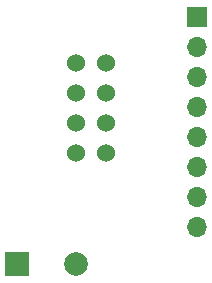
<source format=gbl>
G04 #@! TF.GenerationSoftware,KiCad,Pcbnew,(5.0.1-3-g963ef8bb5)*
G04 #@! TF.CreationDate,2018-11-22T11:30:25+08:00*
G04 #@! TF.ProjectId,nRF24-breakout,6E524632342D627265616B6F75742E6B,1.0*
G04 #@! TF.SameCoordinates,Original*
G04 #@! TF.FileFunction,Copper,L2,Bot,Signal*
G04 #@! TF.FilePolarity,Positive*
%FSLAX46Y46*%
G04 Gerber Fmt 4.6, Leading zero omitted, Abs format (unit mm)*
G04 Created by KiCad (PCBNEW (5.0.1-3-g963ef8bb5)) date 2018 November 22, Thursday 11:30:25*
%MOMM*%
%LPD*%
G01*
G04 APERTURE LIST*
G04 #@! TA.AperFunction,ComponentPad*
%ADD10R,1.700000X1.700000*%
G04 #@! TD*
G04 #@! TA.AperFunction,ComponentPad*
%ADD11O,1.700000X1.700000*%
G04 #@! TD*
G04 #@! TA.AperFunction,ComponentPad*
%ADD12C,1.524000*%
G04 #@! TD*
G04 #@! TA.AperFunction,ComponentPad*
%ADD13R,2.000000X2.000000*%
G04 #@! TD*
G04 #@! TA.AperFunction,ComponentPad*
%ADD14C,2.000000*%
G04 #@! TD*
G04 APERTURE END LIST*
D10*
G04 #@! TO.P,J1,1*
G04 #@! TO.N,Net-(C1-Pad2)*
X170180000Y-88900000D03*
D11*
G04 #@! TO.P,J1,2*
G04 #@! TO.N,Net-(J1-Pad2)*
X170180000Y-91440000D03*
G04 #@! TO.P,J1,3*
G04 #@! TO.N,Net-(J1-Pad3)*
X170180000Y-93980000D03*
G04 #@! TO.P,J1,4*
G04 #@! TO.N,Net-(J1-Pad4)*
X170180000Y-96520000D03*
G04 #@! TO.P,J1,5*
G04 #@! TO.N,Net-(J1-Pad5)*
X170180000Y-99060000D03*
G04 #@! TO.P,J1,6*
G04 #@! TO.N,Net-(J1-Pad6)*
X170180000Y-101600000D03*
G04 #@! TO.P,J1,7*
G04 #@! TO.N,Net-(J1-Pad7)*
X170180000Y-104140000D03*
G04 #@! TO.P,J1,8*
G04 #@! TO.N,Net-(C1-Pad1)*
X170180000Y-106680000D03*
G04 #@! TD*
D12*
G04 #@! TO.P,U1,1*
G04 #@! TO.N,Net-(J1-Pad2)*
X162475001Y-97865001D03*
G04 #@! TO.P,U1,2*
G04 #@! TO.N,Net-(J1-Pad3)*
X162475001Y-95325001D03*
G04 #@! TO.P,U1,3*
G04 #@! TO.N,Net-(J1-Pad4)*
X162475001Y-92785001D03*
G04 #@! TO.P,U1,4*
G04 #@! TO.N,Net-(J1-Pad5)*
X159935001Y-92785001D03*
G04 #@! TO.P,U1,5*
G04 #@! TO.N,Net-(J1-Pad6)*
X159935001Y-95325001D03*
G04 #@! TO.P,U1,6*
G04 #@! TO.N,Net-(J1-Pad7)*
X159935001Y-97865001D03*
G04 #@! TO.P,U1,7*
G04 #@! TO.N,Net-(C1-Pad1)*
X159935001Y-100405001D03*
G04 #@! TO.P,U1,0*
G04 #@! TO.N,Net-(C1-Pad2)*
X162475001Y-100405001D03*
G04 #@! TD*
D13*
G04 #@! TO.P,C1,1*
G04 #@! TO.N,Net-(C1-Pad1)*
X154940000Y-109855000D03*
D14*
G04 #@! TO.P,C1,2*
G04 #@! TO.N,Net-(C1-Pad2)*
X159940000Y-109855000D03*
G04 #@! TD*
M02*

</source>
